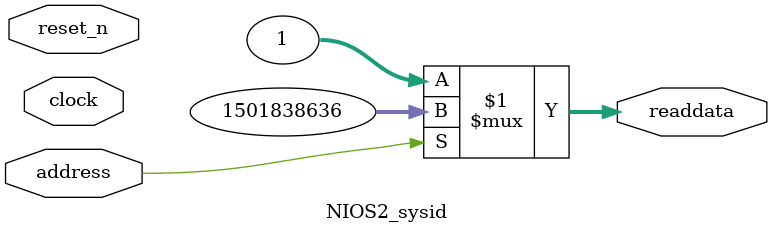
<source format=v>

`timescale 1ns / 1ps
// synthesis translate_on

// turn off superfluous verilog processor warnings 
// altera message_level Level1 
// altera message_off 10034 10035 10036 10037 10230 10240 10030 

module NIOS2_sysid (
               // inputs:
                address,
                clock,
                reset_n,

               // outputs:
                readdata
             )
;

  output  [ 31: 0] readdata;
  input            address;
  input            clock;
  input            reset_n;

  wire    [ 31: 0] readdata;
  //control_slave, which is an e_avalon_slave
  assign readdata = address ? 1501838636 : 1;

endmodule




</source>
